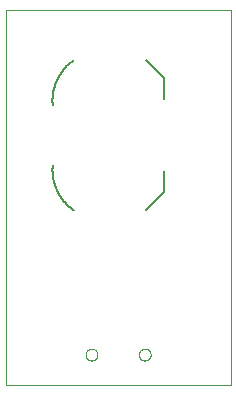
<source format=gbo>
G75*
%MOIN*%
%OFA0B0*%
%FSLAX25Y25*%
%IPPOS*%
%LPD*%
%AMOC8*
5,1,8,0,0,1.08239X$1,22.5*
%
%ADD10C,0.00000*%
%ADD11C,0.00500*%
D10*
X0021345Y0060541D02*
X0021345Y0185541D01*
X0096345Y0185541D01*
X0096345Y0060541D01*
X0021345Y0060541D01*
X0048018Y0070541D02*
X0048020Y0070629D01*
X0048026Y0070717D01*
X0048036Y0070805D01*
X0048050Y0070893D01*
X0048067Y0070979D01*
X0048089Y0071065D01*
X0048114Y0071149D01*
X0048144Y0071233D01*
X0048176Y0071315D01*
X0048213Y0071395D01*
X0048253Y0071474D01*
X0048297Y0071551D01*
X0048344Y0071626D01*
X0048394Y0071698D01*
X0048448Y0071769D01*
X0048504Y0071836D01*
X0048564Y0071902D01*
X0048626Y0071964D01*
X0048692Y0072024D01*
X0048759Y0072080D01*
X0048830Y0072134D01*
X0048902Y0072184D01*
X0048977Y0072231D01*
X0049054Y0072275D01*
X0049133Y0072315D01*
X0049213Y0072352D01*
X0049295Y0072384D01*
X0049379Y0072414D01*
X0049463Y0072439D01*
X0049549Y0072461D01*
X0049635Y0072478D01*
X0049723Y0072492D01*
X0049811Y0072502D01*
X0049899Y0072508D01*
X0049987Y0072510D01*
X0050075Y0072508D01*
X0050163Y0072502D01*
X0050251Y0072492D01*
X0050339Y0072478D01*
X0050425Y0072461D01*
X0050511Y0072439D01*
X0050595Y0072414D01*
X0050679Y0072384D01*
X0050761Y0072352D01*
X0050841Y0072315D01*
X0050920Y0072275D01*
X0050997Y0072231D01*
X0051072Y0072184D01*
X0051144Y0072134D01*
X0051215Y0072080D01*
X0051282Y0072024D01*
X0051348Y0071964D01*
X0051410Y0071902D01*
X0051470Y0071836D01*
X0051526Y0071769D01*
X0051580Y0071698D01*
X0051630Y0071626D01*
X0051677Y0071551D01*
X0051721Y0071474D01*
X0051761Y0071395D01*
X0051798Y0071315D01*
X0051830Y0071233D01*
X0051860Y0071149D01*
X0051885Y0071065D01*
X0051907Y0070979D01*
X0051924Y0070893D01*
X0051938Y0070805D01*
X0051948Y0070717D01*
X0051954Y0070629D01*
X0051956Y0070541D01*
X0051954Y0070453D01*
X0051948Y0070365D01*
X0051938Y0070277D01*
X0051924Y0070189D01*
X0051907Y0070103D01*
X0051885Y0070017D01*
X0051860Y0069933D01*
X0051830Y0069849D01*
X0051798Y0069767D01*
X0051761Y0069687D01*
X0051721Y0069608D01*
X0051677Y0069531D01*
X0051630Y0069456D01*
X0051580Y0069384D01*
X0051526Y0069313D01*
X0051470Y0069246D01*
X0051410Y0069180D01*
X0051348Y0069118D01*
X0051282Y0069058D01*
X0051215Y0069002D01*
X0051144Y0068948D01*
X0051072Y0068898D01*
X0050997Y0068851D01*
X0050920Y0068807D01*
X0050841Y0068767D01*
X0050761Y0068730D01*
X0050679Y0068698D01*
X0050595Y0068668D01*
X0050511Y0068643D01*
X0050425Y0068621D01*
X0050339Y0068604D01*
X0050251Y0068590D01*
X0050163Y0068580D01*
X0050075Y0068574D01*
X0049987Y0068572D01*
X0049899Y0068574D01*
X0049811Y0068580D01*
X0049723Y0068590D01*
X0049635Y0068604D01*
X0049549Y0068621D01*
X0049463Y0068643D01*
X0049379Y0068668D01*
X0049295Y0068698D01*
X0049213Y0068730D01*
X0049133Y0068767D01*
X0049054Y0068807D01*
X0048977Y0068851D01*
X0048902Y0068898D01*
X0048830Y0068948D01*
X0048759Y0069002D01*
X0048692Y0069058D01*
X0048626Y0069118D01*
X0048564Y0069180D01*
X0048504Y0069246D01*
X0048448Y0069313D01*
X0048394Y0069384D01*
X0048344Y0069456D01*
X0048297Y0069531D01*
X0048253Y0069608D01*
X0048213Y0069687D01*
X0048176Y0069767D01*
X0048144Y0069849D01*
X0048114Y0069933D01*
X0048089Y0070017D01*
X0048067Y0070103D01*
X0048050Y0070189D01*
X0048036Y0070277D01*
X0048026Y0070365D01*
X0048020Y0070453D01*
X0048018Y0070541D01*
X0065734Y0070541D02*
X0065736Y0070629D01*
X0065742Y0070717D01*
X0065752Y0070805D01*
X0065766Y0070893D01*
X0065783Y0070979D01*
X0065805Y0071065D01*
X0065830Y0071149D01*
X0065860Y0071233D01*
X0065892Y0071315D01*
X0065929Y0071395D01*
X0065969Y0071474D01*
X0066013Y0071551D01*
X0066060Y0071626D01*
X0066110Y0071698D01*
X0066164Y0071769D01*
X0066220Y0071836D01*
X0066280Y0071902D01*
X0066342Y0071964D01*
X0066408Y0072024D01*
X0066475Y0072080D01*
X0066546Y0072134D01*
X0066618Y0072184D01*
X0066693Y0072231D01*
X0066770Y0072275D01*
X0066849Y0072315D01*
X0066929Y0072352D01*
X0067011Y0072384D01*
X0067095Y0072414D01*
X0067179Y0072439D01*
X0067265Y0072461D01*
X0067351Y0072478D01*
X0067439Y0072492D01*
X0067527Y0072502D01*
X0067615Y0072508D01*
X0067703Y0072510D01*
X0067791Y0072508D01*
X0067879Y0072502D01*
X0067967Y0072492D01*
X0068055Y0072478D01*
X0068141Y0072461D01*
X0068227Y0072439D01*
X0068311Y0072414D01*
X0068395Y0072384D01*
X0068477Y0072352D01*
X0068557Y0072315D01*
X0068636Y0072275D01*
X0068713Y0072231D01*
X0068788Y0072184D01*
X0068860Y0072134D01*
X0068931Y0072080D01*
X0068998Y0072024D01*
X0069064Y0071964D01*
X0069126Y0071902D01*
X0069186Y0071836D01*
X0069242Y0071769D01*
X0069296Y0071698D01*
X0069346Y0071626D01*
X0069393Y0071551D01*
X0069437Y0071474D01*
X0069477Y0071395D01*
X0069514Y0071315D01*
X0069546Y0071233D01*
X0069576Y0071149D01*
X0069601Y0071065D01*
X0069623Y0070979D01*
X0069640Y0070893D01*
X0069654Y0070805D01*
X0069664Y0070717D01*
X0069670Y0070629D01*
X0069672Y0070541D01*
X0069670Y0070453D01*
X0069664Y0070365D01*
X0069654Y0070277D01*
X0069640Y0070189D01*
X0069623Y0070103D01*
X0069601Y0070017D01*
X0069576Y0069933D01*
X0069546Y0069849D01*
X0069514Y0069767D01*
X0069477Y0069687D01*
X0069437Y0069608D01*
X0069393Y0069531D01*
X0069346Y0069456D01*
X0069296Y0069384D01*
X0069242Y0069313D01*
X0069186Y0069246D01*
X0069126Y0069180D01*
X0069064Y0069118D01*
X0068998Y0069058D01*
X0068931Y0069002D01*
X0068860Y0068948D01*
X0068788Y0068898D01*
X0068713Y0068851D01*
X0068636Y0068807D01*
X0068557Y0068767D01*
X0068477Y0068730D01*
X0068395Y0068698D01*
X0068311Y0068668D01*
X0068227Y0068643D01*
X0068141Y0068621D01*
X0068055Y0068604D01*
X0067967Y0068590D01*
X0067879Y0068580D01*
X0067791Y0068574D01*
X0067703Y0068572D01*
X0067615Y0068574D01*
X0067527Y0068580D01*
X0067439Y0068590D01*
X0067351Y0068604D01*
X0067265Y0068621D01*
X0067179Y0068643D01*
X0067095Y0068668D01*
X0067011Y0068698D01*
X0066929Y0068730D01*
X0066849Y0068767D01*
X0066770Y0068807D01*
X0066693Y0068851D01*
X0066618Y0068898D01*
X0066546Y0068948D01*
X0066475Y0069002D01*
X0066408Y0069058D01*
X0066342Y0069118D01*
X0066280Y0069180D01*
X0066220Y0069246D01*
X0066164Y0069313D01*
X0066110Y0069384D01*
X0066060Y0069456D01*
X0066013Y0069531D01*
X0065969Y0069608D01*
X0065929Y0069687D01*
X0065892Y0069767D01*
X0065860Y0069849D01*
X0065830Y0069933D01*
X0065805Y0070017D01*
X0065783Y0070103D01*
X0065766Y0070189D01*
X0065752Y0070277D01*
X0065742Y0070365D01*
X0065736Y0070453D01*
X0065734Y0070541D01*
D11*
X0068033Y0118666D02*
X0074033Y0124666D01*
X0074033Y0131666D01*
X0074033Y0155666D02*
X0074033Y0162666D01*
X0068033Y0168666D01*
X0044032Y0168667D02*
X0043709Y0168440D01*
X0043392Y0168205D01*
X0043080Y0167963D01*
X0042775Y0167713D01*
X0042475Y0167456D01*
X0042182Y0167192D01*
X0041895Y0166920D01*
X0041615Y0166642D01*
X0041342Y0166357D01*
X0041076Y0166066D01*
X0040817Y0165768D01*
X0040566Y0165464D01*
X0040321Y0165154D01*
X0040085Y0164838D01*
X0039856Y0164516D01*
X0039635Y0164189D01*
X0039422Y0163857D01*
X0039217Y0163520D01*
X0039020Y0163177D01*
X0038832Y0162831D01*
X0038652Y0162479D01*
X0038481Y0162124D01*
X0038318Y0161764D01*
X0038165Y0161401D01*
X0038020Y0161033D01*
X0037884Y0160663D01*
X0037757Y0160289D01*
X0037639Y0159912D01*
X0037530Y0159533D01*
X0037431Y0159151D01*
X0037341Y0158767D01*
X0037260Y0158380D01*
X0037189Y0157992D01*
X0037127Y0157603D01*
X0037074Y0157211D01*
X0037031Y0156819D01*
X0036998Y0156426D01*
X0036974Y0156032D01*
X0036960Y0155637D01*
X0036955Y0155243D01*
X0036960Y0154848D01*
X0036974Y0154454D01*
X0036998Y0154060D01*
X0037032Y0153666D01*
X0037032Y0133667D02*
X0036998Y0133273D01*
X0036974Y0132879D01*
X0036960Y0132485D01*
X0036955Y0132090D01*
X0036960Y0131696D01*
X0036974Y0131301D01*
X0036998Y0130907D01*
X0037031Y0130514D01*
X0037074Y0130122D01*
X0037127Y0129730D01*
X0037189Y0129341D01*
X0037260Y0128953D01*
X0037341Y0128566D01*
X0037431Y0128182D01*
X0037530Y0127800D01*
X0037639Y0127421D01*
X0037757Y0127044D01*
X0037884Y0126670D01*
X0038020Y0126300D01*
X0038165Y0125932D01*
X0038318Y0125569D01*
X0038481Y0125209D01*
X0038652Y0124854D01*
X0038832Y0124502D01*
X0039020Y0124156D01*
X0039217Y0123813D01*
X0039422Y0123476D01*
X0039635Y0123144D01*
X0039856Y0122817D01*
X0040085Y0122495D01*
X0040321Y0122179D01*
X0040566Y0121869D01*
X0040817Y0121565D01*
X0041076Y0121267D01*
X0041342Y0120976D01*
X0041615Y0120691D01*
X0041895Y0120413D01*
X0042182Y0120141D01*
X0042475Y0119877D01*
X0042775Y0119620D01*
X0043080Y0119370D01*
X0043392Y0119128D01*
X0043709Y0118893D01*
X0044032Y0118666D01*
M02*

</source>
